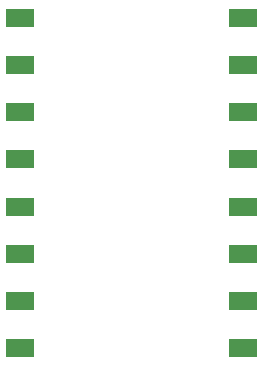
<source format=gbp>
G04 #@! TF.GenerationSoftware,KiCad,Pcbnew,7.0.5-0*
G04 #@! TF.CreationDate,2023-07-15T01:27:44-04:00*
G04 #@! TF.ProjectId,strato_connect,73747261-746f-45f6-936f-6e6e6563742e,rev?*
G04 #@! TF.SameCoordinates,Original*
G04 #@! TF.FileFunction,Paste,Bot*
G04 #@! TF.FilePolarity,Positive*
%FSLAX46Y46*%
G04 Gerber Fmt 4.6, Leading zero omitted, Abs format (unit mm)*
G04 Created by KiCad (PCBNEW 7.0.5-0) date 2023-07-15 01:27:44*
%MOMM*%
%LPD*%
G01*
G04 APERTURE LIST*
%ADD10R,2.400000X1.500000*%
G04 APERTURE END LIST*
D10*
X168760000Y-63800000D03*
X168760000Y-67800000D03*
X168760000Y-71800000D03*
X168760000Y-75800000D03*
X168760000Y-79800000D03*
X168760000Y-83800000D03*
X168760000Y-87800000D03*
X168760000Y-91800000D03*
X149910000Y-91800000D03*
X149910000Y-87800000D03*
X149910000Y-83800000D03*
X149910000Y-79800000D03*
X149910000Y-75800000D03*
X149910000Y-71800000D03*
X149910000Y-67800000D03*
X149910000Y-63800000D03*
M02*

</source>
